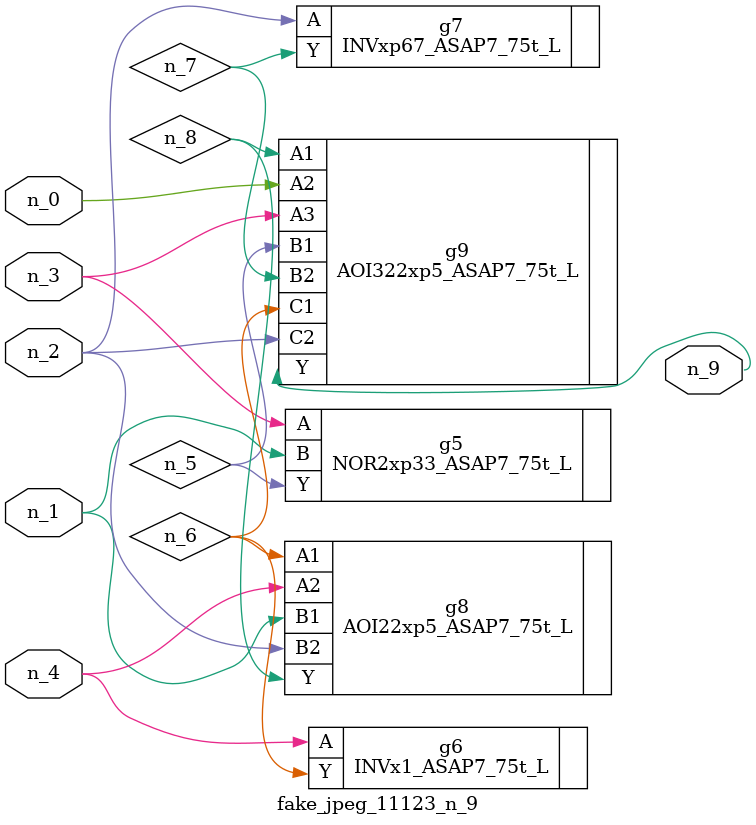
<source format=v>
module fake_jpeg_11123_n_9 (n_3, n_2, n_1, n_0, n_4, n_9);

input n_3;
input n_2;
input n_1;
input n_0;
input n_4;

output n_9;

wire n_8;
wire n_6;
wire n_5;
wire n_7;

NOR2xp33_ASAP7_75t_L g5 ( 
.A(n_3),
.B(n_1),
.Y(n_5)
);

INVx1_ASAP7_75t_L g6 ( 
.A(n_4),
.Y(n_6)
);

INVxp67_ASAP7_75t_L g7 ( 
.A(n_2),
.Y(n_7)
);

AOI22xp5_ASAP7_75t_L g8 ( 
.A1(n_6),
.A2(n_4),
.B1(n_1),
.B2(n_2),
.Y(n_8)
);

AOI322xp5_ASAP7_75t_L g9 ( 
.A1(n_8),
.A2(n_0),
.A3(n_3),
.B1(n_5),
.B2(n_7),
.C1(n_6),
.C2(n_2),
.Y(n_9)
);


endmodule
</source>
